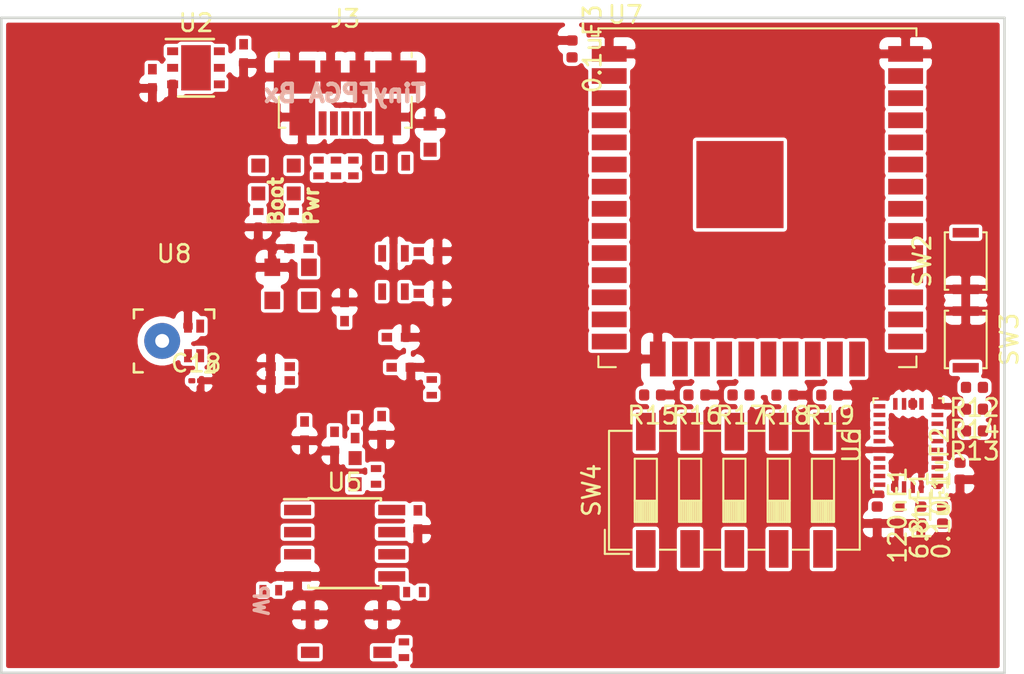
<source format=kicad_pcb>
(kicad_pcb (version 20171130) (host pcbnew 5.0.2-bee76a0~70~ubuntu18.04.1)
  (layers (0 F.Cu signal) (31 B.Cu signal) (34 B.Paste user) (35 F.Paste user) (36 B.SilkS user) (37 F.SilkS user) (38 B.Mask user) (39 F.Mask user) (44 Edge.Cuts user))
  (net 0 "")
  (net 1 10A)
  (net 2 10B)
  (net 3 "Net-(J3-Pad1)")
  (net 4 "Net-(J3-Pad2)")
  (net 5 "Net-(J3-Pad3)")
  (net 6 "Net-(J3-Pad4)")
  (net 7 "Net-(U4-Pad4)")
  (net 8 +5V)
  (net 9 CLK)
  (net 10 +1V2)
  (net 11 SCK)
  (net 12 CRESET_B)
  (net 13 SDI)
  (net 14 SS)
  (net 15 GND)
  (net 16 +3V3)
  (net 17 SDO)
  (net 18 USB_P)
  (net 19 USB_N)
  (net 20 "Net-(C6-Pad1)")
  (net 21 "Net-(C6-Pad2)")
  (net 22 USB_PU)
  (net 23 LED)
  (net 24 109)
  (net 25 "Net-(D1-Pad1)")
  (net 26 "Net-(D2-Pad1)")
  (net 27 82)
  (net 28 "Net-(U6-Pad10)")
  (net 29 "Net-(U6-Pad11)")
  (net 30 "Net-(U6-Pad12)")
  (net 31 "Net-(U6-Pad13)")
  (net 32 "Net-(0.1uF2-Pad2)")
  (net 33 "Net-(0.1uF3-Pad2)")
  (net 34 IO2)
  (net 35 IO4)
  (net 36 IO5)
  (net 37 IO17)
  (net 38 IO18)
  (net 39 IO19)
  (net 40 IO34)
  (net 41 IO35)
  (net 42 TXD)
  (net 43 RXD)
  (net 44 "Net-(R11-Pad2)")
  (net 45 SDA)
  (net 46 SCL)
  (net 47 "Net-(R15-Pad2)")
  (net 48 "Net-(R16-Pad2)")
  (net 49 "Net-(R17-Pad2)")
  (net 50 "Net-(R18-Pad2)")
  (net 51 "Net-(R19-Pad2)")
  (net 52 "Net-(SW3-Pad2)")
  (net 53 ID0)
  (net 54 ID1)
  (net 55 ID2)
  (net 56 ID3)
  (net 57 ID4)
  (net 58 PWRGOOD)
  (net 59 "Net-(U6-Pad1)")
  (net 60 "Net-(U6-Pad27)")
  (net 61 "Net-(U6-Pad26)")
  (net 62 "Net-(U6-Pad24)")
  (net 63 "Net-(U6-Pad23)")
  (net 64 "Net-(U6-Pad22)")
  (net 65 "Net-(U6-Pad21)")
  (net 66 "Net-(U6-Pad7)")
  (net 67 "Net-(U6-Pad8)")
  (net 68 INT)
  (net 69 "Net-(U7-Pad2)")
  (net 70 "Net-(U7-Pad4)")
  (net 71 "Net-(U7-Pad5)")
  (net 72 "Net-(U7-Pad17)")
  (net 73 "Net-(U7-Pad18)")
  (net 74 "Net-(U7-Pad19)")
  (net 75 "Net-(U7-Pad20)")
  (net 76 "Net-(U7-Pad21)")
  (net 77 "Net-(U7-Pad22)")
  (net 78 "Net-(U7-Pad32)")
  (module Resistors_SMD:R_0402 (layer F.Cu) (at 23.536 36.3731 270)
    (fp_text reference R6)
    (fp_text value R)
    (pad 1 smd rect (at -0.45 0 270) (size 0.4 0.6) (layers F.Cu F.Paste F.Mask) (net 16 +3V3))
    (pad 2 smd rect (at 0.45 0 270) (size 0.4 0.6) (layers F.Cu F.Paste F.Mask) (net 12 CRESET_B))
  )
  (module Capacitors_SMD:C_0603 (layer F.Cu) (at 20.736 26.1231 270)
    (fp_text reference C6)
    (fp_text value 10uF)
    (pad 1 smd rect (at -0.75 0 270) (size 0.8 0.75) (layers F.Cu F.Paste F.Mask) (net 20 "Net-(C6-Pad1)"))
    (pad 2 smd rect (at 0.75 0 270) (size 0.8 0.75) (layers F.Cu F.Paste F.Mask) (net 21 "Net-(C6-Pad2)"))
  )
  (module Capacitors_SMD:C_0603 (layer F.Cu) (at 25.036 6.9231 90)
    (fp_text reference C17)
    (fp_text value 10uF)
    (pad 1 smd rect (at -0.75 0 90) (size 0.8 0.75) (layers F.Cu F.Paste F.Mask) (net 8 +5V))
    (pad 2 smd rect (at 0.75 0 90) (size 0.8 0.75) (layers F.Cu F.Paste F.Mask) (net 15 GND))
  )
  (module Inductors_SMD:L_0603 (layer F.Cu) (at 22.886 8.4231 180)
    (fp_text reference L1)
    (fp_text value Bead)
    (pad 1 smd rect (at -0.75 0 180) (size 0.5 0.9) (layers F.Cu F.Paste F.Mask) (net 8 +5V))
    (pad 2 smd rect (at 0.75 0 180) (size 0.5 0.9) (layers F.Cu F.Paste F.Mask) (net 3 "Net-(J3-Pad1)"))
  )
  (module Resistors_SMD:R_0402_NoSilk (layer F.Cu) (at 15.183 11.6731 270)
    (fp_text reference R9 hide)
    (fp_text value 270)
    (pad 1 smd rect (at -0.45 0 270) (size 0.4 0.6) (layers F.Cu F.Paste F.Mask) (net 26 "Net-(D2-Pad1)"))
    (pad 2 smd rect (at 0.45 0 270) (size 0.4 0.6) (layers F.Cu F.Paste F.Mask) (net 15 GND))
  )
  (module Resistors_SMD:R_0402_NoSilk (layer F.Cu) (at 17.215 11.6731 270)
    (fp_text reference R8 hide)
    (fp_text value 270)
    (pad 1 smd rect (at -0.45 0 270) (size 0.4 0.6) (layers F.Cu F.Paste F.Mask) (net 25 "Net-(D1-Pad1)"))
    (pad 2 smd rect (at 0.45 0 270) (size 0.4 0.6) (layers F.Cu F.Paste F.Mask) (net 15 GND))
  )
  (module LEDs:LED_0603 (layer F.Cu) (at 17.215 9.3871 90)
    (fp_text reference D1 hide)
    (fp_text value LED_Small)
    (pad 2 smd rect (at 0.8 0 270) (size 0.8 0.8) (layers F.Cu F.Paste F.Mask) (net 16 +3V3))
    (pad 1 smd rect (at -0.8 0 270) (size 0.8 0.8) (layers F.Cu F.Paste F.Mask) (net 25 "Net-(D1-Pad1)"))
  )
  (module LEDs:LED_0603 (layer F.Cu) (at 15.183 9.3871 90)
    (fp_text reference D2 hide)
    (fp_text value LED_Small)
    (pad 2 smd rect (at 0.8 0 270) (size 0.8 0.8) (layers F.Cu F.Paste F.Mask) (net 23 LED))
    (pad 1 smd rect (at -0.8 0 270) (size 0.8 0.8) (layers F.Cu F.Paste F.Mask) (net 26 "Net-(D2-Pad1)"))
  )
  (module tinyfpga:CDFN3225-4LD-PL-1 (layer F.Cu) (at 17.039614 15.364854 180)
    (fp_text reference U3)
    (fp_text value DSC6001CI2A-016.0000T)
    (pad 1 smd rect (at -1.046386 0.941754 270) (size 1 0.9) (layers F.Cu F.Paste F.Mask) (net 16 +3V3))
    (pad 4 smd rect (at -1.046386 -0.958246 270) (size 1 0.9) (layers F.Cu F.Paste F.Mask) (net 16 +3V3))
    (pad 3 smd rect (at 1.053614 -0.958246 270) (size 1 0.9) (layers F.Cu F.Paste F.Mask) (net 9 CLK))
    (pad 2 smd rect (at 1.053614 0.941754 270) (size 1 0.9) (layers F.Cu F.Paste F.Mask) (net 15 GND))
  )
  (module Resistors_SMD:R_0402_NoSilk (layer F.Cu) (at 15.9 32.954)
    (fp_text reference R7)
    (fp_text value 10k)
    (pad 1 smd rect (at -0.45 0) (size 0.4 0.6) (layers F.Cu F.Paste F.Mask) (net 16 +3V3))
    (pad 2 smd rect (at 0.45 0) (size 0.4 0.6) (layers F.Cu F.Paste F.Mask) (net 27 82))
  )
  (module Capacitors_SMD:C_0402_NoSilk (layer F.Cu) (at 19.555 24.414 270)
    (fp_text reference C16)
    (fp_text value 100nF)
    (pad 1 smd rect (at -0.55 0 270) (size 0.6 0.5) (layers F.Cu F.Paste F.Mask) (net 16 +3V3))
    (pad 2 smd rect (at 0.55 0 270) (size 0.6 0.5) (layers F.Cu F.Paste F.Mask) (net 15 GND))
  )
  (module Resistors_SMD:R_0402_NoSilk (layer F.Cu) (at 25.13 21.314 270)
    (fp_text reference R5)
    (fp_text value 10k)
    (pad 1 smd rect (at -0.45 0 270) (size 0.38 0.6) (layers F.Cu F.Paste F.Mask) (net 16 +3V3))
    (pad 2 smd rect (at 0.45 0 270) (size 0.38 0.6) (layers F.Cu F.Paste F.Mask) (net 14 SS))
  )
  (module Capacitors_SMD:C_0402_NoSilk (layer F.Cu) (at 23.38 20.164)
    (fp_text reference C13)
    (fp_text value 10nF)
    (pad 1 smd rect (at -0.55 0) (size 0.6 0.5) (layers F.Cu F.Paste F.Mask) (net 10 +1V2))
    (pad 2 smd rect (at 0.55 0) (size 0.6 0.5) (layers F.Cu F.Paste F.Mask) (net 15 GND))
  )
  (module Capacitors_SMD:C_0402_NoSilk (layer F.Cu) (at 20.13 16.964 90)
    (fp_text reference C15)
    (fp_text value 10nF)
    (pad 1 smd rect (at -0.55 0 90) (size 0.6 0.5) (layers F.Cu F.Paste F.Mask) (net 16 +3V3))
    (pad 2 smd rect (at 0.55 0 90) (size 0.6 0.5) (layers F.Cu F.Paste F.Mask) (net 15 GND))
  )
  (module Capacitors_SMD:C_0402_NoSilk (layer F.Cu) (at 23.105 18.439)
    (fp_text reference C14)
    (fp_text value 10nF)
    (pad 1 smd rect (at -0.55 0) (size 0.6 0.5) (layers F.Cu F.Paste F.Mask) (net 16 +3V3))
    (pad 2 smd rect (at 0.55 0) (size 0.6 0.5) (layers F.Cu F.Paste F.Mask) (net 15 GND))
  )
  (module Capacitors_SMD:C_0402_NoSilk (layer F.Cu) (at 16.436 20.9231 180)
    (fp_text reference C12)
    (fp_text value 10nF)
    (pad 1 smd rect (at -0.55 0 180) (size 0.6 0.5) (layers F.Cu F.Paste F.Mask) (net 10 +1V2))
    (pad 2 smd rect (at 0.55 0 180) (size 0.6 0.5) (layers F.Cu F.Paste F.Mask) (net 15 GND))
  )
  (module Capacitors_SMD:C_0402_NoSilk (layer F.Cu) (at 16.436 20.1231 180)
    (fp_text reference C11)
    (fp_text value 100nF)
    (pad 1 smd rect (at -0.55 0 180) (size 0.6 0.5) (layers F.Cu F.Paste F.Mask) (net 10 +1V2))
    (pad 2 smd rect (at 0.55 0 180) (size 0.6 0.5) (layers F.Cu F.Paste F.Mask) (net 15 GND))
  )
  (module Capacitors_SMD:C_0402_NoSilk (layer F.Cu) (at 17.5198 13.3495 180)
    (fp_text reference C10)
    (fp_text value 100nF)
    (pad 1 smd rect (at -0.55 0 180) (size 0.6 0.5) (layers F.Cu F.Paste F.Mask) (net 16 +3V3))
    (pad 2 smd rect (at 0.55 0 180) (size 0.6 0.5) (layers F.Cu F.Paste F.Mask) (net 15 GND))
  )
  (module Capacitors_SMD:C_0402_NoSilk (layer F.Cu) (at 22.255 23.514 270)
    (fp_text reference C9)
    (fp_text value 100nF)
    (pad 1 smd rect (at -0.55 0 270) (size 0.6 0.5) (layers F.Cu F.Paste F.Mask) (net 16 +3V3))
    (pad 2 smd rect (at 0.55 0 270) (size 0.6 0.5) (layers F.Cu F.Paste F.Mask) (net 15 GND))
  )
  (module Capacitors_SMD:C_0402_NoSilk (layer F.Cu) (at 17.836 23.8231 270)
    (fp_text reference C8)
    (fp_text value 100nF)
    (pad 1 smd rect (at -0.55 0 270) (size 0.6 0.5) (layers F.Cu F.Paste F.Mask) (net 16 +3V3))
    (pad 2 smd rect (at 0.55 0 270) (size 0.6 0.5) (layers F.Cu F.Paste F.Mask) (net 15 GND))
  )
  (module Capacitors_SMD:C_0402_NoSilk (layer F.Cu) (at 20.736 23.6731 270)
    (fp_text reference C7)
    (fp_text value 100nF)
    (pad 1 smd rect (at -0.55 0 270) (size 0.6 0.5) (layers F.Cu F.Paste F.Mask) (net 20 "Net-(C6-Pad1)"))
    (pad 2 smd rect (at 0.55 0 270) (size 0.6 0.5) (layers F.Cu F.Paste F.Mask) (net 21 "Net-(C6-Pad2)"))
  )
  (module Resistors_SMD:R_0402_NoSilk (layer F.Cu) (at 21.936 26.4231 90)
    (fp_text reference R4)
    (fp_text value 100)
    (pad 1 smd rect (at -0.45 0 90) (size 0.4 0.6) (layers F.Cu F.Paste F.Mask) (net 21 "Net-(C6-Pad2)"))
    (pad 2 smd rect (at 0.45 0 90) (size 0.4 0.6) (layers F.Cu F.Paste F.Mask) (net 10 +1V2))
  )
  (module Capacitors_SMD:C_0402_NoSilk (layer F.Cu) (at 24.336 28.9231 270)
    (fp_text reference C5)
    (fp_text value 100nF)
    (pad 1 smd rect (at -0.55 0 270) (size 0.6 0.5) (layers F.Cu F.Paste F.Mask) (net 16 +3V3))
    (pad 2 smd rect (at 0.55 0 270) (size 0.6 0.5) (layers F.Cu F.Paste F.Mask) (net 15 GND))
  )
  (module Resistors_SMD:R_0402_NoSilk (layer F.Cu) (at 18.636 8.7231 270)
    (fp_text reference R1)
    (fp_text value 1.5k)
    (pad 1 smd rect (at -0.45 0 270) (size 0.4 0.6) (layers F.Cu F.Paste F.Mask) (net 5 "Net-(J3-Pad3)"))
    (pad 2 smd rect (at 0.45 0 270) (size 0.4 0.6) (layers F.Cu F.Paste F.Mask) (net 22 USB_PU))
  )
  (module Resistors_SMD:R_0402_NoSilk (layer F.Cu) (at 19.636 8.7231 90)
    (fp_text reference R2)
    (fp_text value 68)
    (pad 1 smd rect (at -0.45 0 90) (size 0.4 0.6) (layers F.Cu F.Paste F.Mask) (net 18 USB_P))
    (pad 2 smd rect (at 0.45 0 90) (size 0.4 0.6) (layers F.Cu F.Paste F.Mask) (net 5 "Net-(J3-Pad3)"))
  )
  (module Resistors_SMD:R_0402_NoSilk (layer F.Cu) (at 20.636 8.7231 90)
    (fp_text reference R3)
    (fp_text value 68)
    (pad 1 smd rect (at -0.45 0 90) (size 0.4 0.6) (layers F.Cu F.Paste F.Mask) (net 19 USB_N))
    (pad 2 smd rect (at 0.45 0 90) (size 0.4 0.6) (layers F.Cu F.Paste F.Mask) (net 4 "Net-(J3-Pad2)"))
  )
  (module tinyfpga:SC-70-C5 (layer F.Cu) (at 22.936 14.7231)
    (fp_text reference U4)
    (fp_text value MIC5365-1.2YC5-TR)
    (pad 2 smd rect (at 0 -1.1) (size 0.45 0.95) (layers F.Cu F.Paste F.Mask) (net 15 GND))
    (pad 3 smd rect (at -0.65 -1.1) (size 0.45 0.95) (layers F.Cu F.Paste F.Mask) (net 16 +3V3))
    (pad 1 smd rect (at 0.65 -1.1) (size 0.45 0.95) (layers F.Cu F.Paste F.Mask) (net 16 +3V3))
    (pad 4 smd rect (at -0.65 1.1) (size 0.45 0.95) (layers F.Cu F.Paste F.Mask) (net 7 "Net-(U4-Pad4)"))
    (pad 5 smd rect (at 0.65 1.1) (size 0.45 0.95) (layers F.Cu F.Paste F.Mask) (net 10 +1V2))
  )
  (module Capacitors_SMD:C_0402_NoSilk (layer F.Cu) (at 24.936 15.9231)
    (fp_text reference C3)
    (fp_text value 1uF)
    (pad 1 smd rect (at -0.55 0) (size 0.6 0.5) (layers F.Cu F.Paste F.Mask) (net 10 +1V2))
    (pad 2 smd rect (at 0.55 0) (size 0.6 0.5) (layers F.Cu F.Paste F.Mask) (net 15 GND))
  )
  (module Capacitors_SMD:C_0402_NoSilk (layer F.Cu) (at 14.34 2.174 270)
    (fp_text reference C1)
    (fp_text value 1uF)
    (pad 1 smd rect (at -0.55 0 270) (size 0.6 0.5) (layers F.Cu F.Paste F.Mask) (net 8 +5V))
    (pad 2 smd rect (at 0.55 0 270) (size 0.6 0.5) (layers F.Cu F.Paste F.Mask) (net 15 GND))
  )
  (module Capacitors_SMD:C_0402_NoSilk (layer F.Cu) (at 9.11 3.604 270)
    (fp_text reference C4)
    (fp_text value 1uF)
    (pad 1 smd rect (at -0.55 0 270) (size 0.6 0.5) (layers F.Cu F.Paste F.Mask) (net 16 +3V3))
    (pad 2 smd rect (at 0.55 0 270) (size 0.6 0.5) (layers F.Cu F.Paste F.Mask) (net 15 GND))
  )
  (module Capacitors_SMD:C_0402_NoSilk (layer F.Cu) (at 24.936 13.5231)
    (fp_text reference C2)
    (fp_text value 1uF)
    (pad 1 smd rect (at -0.55 0) (size 0.6 0.5) (layers F.Cu F.Paste F.Mask) (net 16 +3V3))
    (pad 2 smd rect (at 0.55 0) (size 0.6 0.5) (layers F.Cu F.Paste F.Mask) (net 15 GND))
  )
  (module tinyfpga:PTS_810_SMT_Switch (layer F.Cu) (at 20.23 35.444)
    (fp_text reference SW1)
    (fp_text value SW_Push hide)
    (pad 1 smd rect (at -2.075 -1.075) (size 1.05 0.65) (layers F.Cu F.Paste F.Mask) (net 15 GND))
    (pad 1 smd rect (at 2.075 -1.075) (size 1.05 0.65) (layers F.Cu F.Paste F.Mask) (net 15 GND))
    (pad 2 smd rect (at 2.075 1.075) (size 1.05 0.65) (layers F.Cu F.Paste F.Mask) (net 12 CRESET_B))
    (pad 2 smd rect (at -2.075 1.075) (size 1.05 0.65) (layers F.Cu F.Paste F.Mask) (net 12 CRESET_B))
  )
  (module Resistors_SMD:R_0402_NoSilk (layer F.Cu) (at 24.14 33.064)
    (fp_text reference R10 hide)
    (fp_text value 10k)
    (pad 1 smd rect (at -0.45 0) (size 0.4 0.6) (layers F.Cu F.Paste F.Mask) (net 16 +3V3))
    (pad 2 smd rect (at 0.45 0) (size 0.4 0.6) (layers F.Cu F.Paste F.Mask) (net 24 109))
  )
  (module Connector_USB:USB_Micro-B_Molex_47346-0001 (layer F.Cu) (at 20.17 4.704 180)
    (fp_text reference J3 (at 0 4.55) (layer F.SilkS))
    (fp_text value USB_OTG)
    (fp_line (start 3.81 -1.71) (end 3.43 -1.71) (layer F.SilkS) (width 0.12))
    (fp_line (start 3.81 2.34) (end 3.81 2.6) (layer F.SilkS) (width 0.12))
    (fp_line (start 3.81 -1.71) (end 3.81 0.06) (layer F.SilkS) (width 0.12))
    (fp_line (start -3.81 -1.71) (end -3.43 -1.71) (layer F.SilkS) (width 0.12))
    (fp_line (start -3.81 0.06) (end -3.81 -1.71) (layer F.SilkS) (width 0.12))
    (fp_line (start -3.81 2.6) (end -3.81 2.34) (layer F.SilkS) (width 0.12))
    (pad 1 smd rect (at -1.3 -1.46 180) (size 0.45 1.38) (layers F.Cu F.Paste F.Mask) (net 3 "Net-(J3-Pad1)"))
    (pad 2 smd rect (at -0.65 -1.46 180) (size 0.45 1.38) (layers F.Cu F.Paste F.Mask) (net 4 "Net-(J3-Pad2)"))
    (pad 3 smd rect (at 0 -1.46 180) (size 0.45 1.38) (layers F.Cu F.Paste F.Mask) (net 5 "Net-(J3-Pad3)"))
    (pad 4 smd rect (at 0.65 -1.46 180) (size 0.45 1.38) (layers F.Cu F.Paste F.Mask) (net 6 "Net-(J3-Pad4)"))
    (pad 5 smd rect (at 1.3 -1.46 180) (size 0.45 1.38) (layers F.Cu F.Paste F.Mask) (net 15 GND))
    (pad 6 smd rect (at -2.4625 -1.1 180) (size 1.475 2.1) (layers F.Cu F.Paste F.Mask) (net 15 GND))
    (pad 6 smd rect (at 2.4625 -1.1 180) (size 1.475 2.1) (layers F.Cu F.Paste F.Mask) (net 15 GND))
    (pad 6 smd rect (at -2.91 1.2 180) (size 2.375 1.9) (layers F.Cu F.Paste F.Mask) (net 15 GND))
    (pad 6 smd rect (at 2.91 1.2 180) (size 2.375 1.9) (layers F.Cu F.Paste F.Mask) (net 15 GND))
    (pad 6 smd rect (at -0.84 1.2 180) (size 1.175 1.9) (layers F.Cu F.Paste F.Mask) (net 15 GND))
    (pad 6 smd rect (at 0.84 1.2 180) (size 1.175 1.9) (layers F.Cu F.Paste F.Mask) (net 15 GND))
  )
  (module Package_SO:SOIC-8_3.9x4.9mm_P1.27mm (layer F.Cu) (at 20.136 30.2581)
    (fp_text reference U5 (at 0 -3.5) (layer F.SilkS))
    (fp_text value AT25SF081-SSHD-B)
    (fp_line (start -2.075 -2.575) (end -2.075 -2.525) (layer F.SilkS) (width 0.15))
    (fp_line (start 2.075 -2.575) (end 2.075 -2.43) (layer F.SilkS) (width 0.15))
    (fp_line (start 2.075 2.575) (end 2.075 2.43) (layer F.SilkS) (width 0.15))
    (fp_line (start -2.075 2.575) (end -2.075 2.43) (layer F.SilkS) (width 0.15))
    (fp_line (start -2.075 -2.575) (end 2.075 -2.575) (layer F.SilkS) (width 0.15))
    (fp_line (start -2.075 2.575) (end 2.075 2.575) (layer F.SilkS) (width 0.15))
    (fp_line (start -2.075 -2.525) (end -3.475 -2.525) (layer F.SilkS) (width 0.15))
    (pad 1 smd rect (at -2.7 -1.905) (size 1.55 0.6) (layers F.Cu F.Paste F.Mask) (net 14 SS))
    (pad 2 smd rect (at -2.7 -0.635) (size 1.55 0.6) (layers F.Cu F.Paste F.Mask) (net 13 SDI))
    (pad 3 smd rect (at -2.7 0.635) (size 1.55 0.6) (layers F.Cu F.Paste F.Mask) (net 27 82))
    (pad 4 smd rect (at -2.7 1.905) (size 1.55 0.6) (layers F.Cu F.Paste F.Mask) (net 15 GND))
    (pad 5 smd rect (at 2.7 1.905) (size 1.55 0.6) (layers F.Cu F.Paste F.Mask) (net 17 SDO))
    (pad 6 smd rect (at 2.7 0.635) (size 1.55 0.6) (layers F.Cu F.Paste F.Mask) (net 11 SCK))
    (pad 7 smd rect (at 2.7 -0.635) (size 1.55 0.6) (layers F.Cu F.Paste F.Mask) (net 24 109))
    (pad 8 smd rect (at 2.7 -1.905) (size 1.55 0.6) (layers F.Cu F.Paste F.Mask) (net 16 +3V3))
  )
  (module Capacitor_SMD:C_0402_1005Metric (layer F.Cu) (at 53.176 28.641 270)
    (fp_text reference 0.1uF1 (at 0 -1.17 270) (layer F.SilkS))
    (fp_text value C)
    (pad 1 smd roundrect (at -0.485 0 270) (size 0.59 0.64) (layers F.Cu F.Paste F.Mask) (net 16 +3V3))
    (pad 2 smd roundrect (at 0.485 0 270) (size 0.59 0.64) (layers F.Cu F.Paste F.Mask) (net 15 GND))
  )
  (module Capacitor_SMD:C_0402_1005Metric (layer F.Cu) (at 55.426 26.126 90)
    (fp_text reference 0.1uF2 (at 0 -1.17 90) (layer F.SilkS))
    (fp_text value C)
    (pad 2 smd roundrect (at 0.485 0 90) (size 0.59 0.64) (layers F.Cu F.Paste F.Mask) (net 32 "Net-(0.1uF2-Pad2)"))
    (pad 1 smd roundrect (at -0.485 0 90) (size 0.59 0.64) (layers F.Cu F.Paste F.Mask) (net 15 GND))
  )
  (module Capacitor_SMD:C_0402_1005Metric (layer F.Cu) (at 33.176 1.891 270)
    (fp_text reference 0.1uF3 (at 0 -1.17 270) (layer F.SilkS))
    (fp_text value C)
    (pad 1 smd roundrect (at -0.485 0 270) (size 0.59 0.64) (layers F.Cu F.Paste F.Mask) (net 15 GND))
    (pad 2 smd roundrect (at 0.485 0 270) (size 0.59 0.64) (layers F.Cu F.Paste F.Mask) (net 33 "Net-(0.1uF3-Pad2)"))
  )
  (module Capacitor_SMD:C_0402_1005Metric (layer F.Cu) (at 50.676 28.641 270)
    (fp_text reference 120nF1 (at 0 -1.17 270) (layer F.SilkS))
    (fp_text value C)
    (pad 2 smd roundrect (at 0.485 0 270) (size 0.59 0.64) (layers F.Cu F.Paste F.Mask) (net 15 GND))
    (pad 1 smd roundrect (at -0.485 0 270) (size 0.59 0.64) (layers F.Cu F.Paste F.Mask) (net 16 +3V3))
  )
  (module Capacitor_SMD:C_0402_1005Metric (layer F.Cu) (at 51.926 28.641 270)
    (fp_text reference 6.8nF1 (at 0 -1.17 270) (layer F.SilkS))
    (fp_text value C)
    (pad 1 smd roundrect (at -0.485 0 270) (size 0.59 0.64) (layers F.Cu F.Paste F.Mask) (net 16 +3V3))
    (pad 2 smd roundrect (at 0.485 0 270) (size 0.59 0.64) (layers F.Cu F.Paste F.Mask) (net 15 GND))
  )
  (module Resistor_SMD:R_0402_1005Metric (layer F.Cu) (at 54.426 28.641 90)
    (fp_text reference R11 (at 0 -1.17 90) (layer F.SilkS))
    (fp_text value 10k)
    (pad 1 smd roundrect (at -0.485 0 90) (size 0.59 0.64) (layers F.Cu F.Paste F.Mask) (net 16 +3V3))
    (pad 2 smd roundrect (at 0.485 0 90) (size 0.59 0.64) (layers F.Cu F.Paste F.Mask) (net 44 "Net-(R11-Pad2)"))
  )
  (module Resistor_SMD:R_0402_1005Metric (layer F.Cu) (at 56.253 21.314 180)
    (fp_text reference R12 (at 0 -1.17 180) (layer F.SilkS))
    (fp_text value 10k)
    (pad 1 smd roundrect (at -0.485 0 180) (size 0.59 0.64) (layers F.Cu F.Paste F.Mask) (net 16 +3V3))
    (pad 2 smd roundrect (at 0.485 0 180) (size 0.59 0.64) (layers F.Cu F.Paste F.Mask) (net 33 "Net-(0.1uF3-Pad2)"))
  )
  (module Resistor_SMD:R_0402_1005Metric (layer F.Cu) (at 56.253 23.814 180)
    (fp_text reference R13 (at 0 -1.17 180) (layer F.SilkS))
    (fp_text value 10k)
    (pad 1 smd roundrect (at -0.485 0 180) (size 0.59 0.64) (layers F.Cu F.Paste F.Mask) (net 16 +3V3))
    (pad 2 smd roundrect (at 0.485 0 180) (size 0.59 0.64) (layers F.Cu F.Paste F.Mask) (net 45 SDA))
  )
  (module Resistor_SMD:R_0402_1005Metric (layer F.Cu) (at 56.253 22.564 180)
    (fp_text reference R14 (at 0 -1.17 180) (layer F.SilkS))
    (fp_text value 10k)
    (pad 2 smd roundrect (at 0.485 0 180) (size 0.59 0.64) (layers F.Cu F.Paste F.Mask) (net 46 SCL))
    (pad 1 smd roundrect (at -0.485 0 180) (size 0.59 0.64) (layers F.Cu F.Paste F.Mask) (net 16 +3V3))
  )
  (module Resistor_SMD:R_0402_1005Metric (layer F.Cu) (at 37.796 21.751 180)
    (fp_text reference R15 (at 0 -1.17 180) (layer F.SilkS))
    (fp_text value 10k)
    (pad 2 smd roundrect (at 0.485 0 180) (size 0.59 0.64) (layers F.Cu F.Paste F.Mask) (net 47 "Net-(R15-Pad2)"))
    (pad 1 smd roundrect (at -0.485 0 180) (size 0.59 0.64) (layers F.Cu F.Paste F.Mask) (net 15 GND))
  )
  (module Resistor_SMD:R_0402_1005Metric (layer F.Cu) (at 40.336 21.751 180)
    (fp_text reference R16 (at 0 -1.17 180) (layer F.SilkS))
    (fp_text value 10k)
    (pad 1 smd roundrect (at -0.485 0 180) (size 0.59 0.64) (layers F.Cu F.Paste F.Mask) (net 15 GND))
    (pad 2 smd roundrect (at 0.485 0 180) (size 0.59 0.64) (layers F.Cu F.Paste F.Mask) (net 48 "Net-(R16-Pad2)"))
  )
  (module Resistor_SMD:R_0402_1005Metric (layer F.Cu) (at 42.866 21.751 180)
    (fp_text reference R17 (at 0 -1.17 180) (layer F.SilkS))
    (fp_text value 10k)
    (pad 2 smd roundrect (at 0.485 0 180) (size 0.59 0.64) (layers F.Cu F.Paste F.Mask) (net 49 "Net-(R17-Pad2)"))
    (pad 1 smd roundrect (at -0.485 0 180) (size 0.59 0.64) (layers F.Cu F.Paste F.Mask) (net 15 GND))
  )
  (module Resistor_SMD:R_0402_1005Metric (layer F.Cu) (at 45.386 21.761 180)
    (fp_text reference R18 (at 0 -1.17 180) (layer F.SilkS))
    (fp_text value 10k)
    (pad 1 smd roundrect (at -0.485 0 180) (size 0.59 0.64) (layers F.Cu F.Paste F.Mask) (net 15 GND))
    (pad 2 smd roundrect (at 0.485 0 180) (size 0.59 0.64) (layers F.Cu F.Paste F.Mask) (net 50 "Net-(R18-Pad2)"))
  )
  (module Resistor_SMD:R_0402_1005Metric (layer F.Cu) (at 47.956 21.761 180)
    (fp_text reference R19 (at 0 -1.17 180) (layer F.SilkS))
    (fp_text value 10k)
    (pad 2 smd roundrect (at 0.485 0 180) (size 0.59 0.64) (layers F.Cu F.Paste F.Mask) (net 51 "Net-(R19-Pad2)"))
    (pad 1 smd roundrect (at -0.485 0 180) (size 0.59 0.64) (layers F.Cu F.Paste F.Mask) (net 15 GND))
  )
  (module custom_lib:SW_SPST_KXT3 (layer F.Cu) (at 55.753 14.064 90)
    (fp_text reference SW2 (at 0 -2.5 90) (layer F.SilkS))
    (fp_text value RESET)
    (fp_line (start 1.65 -1.2) (end 1.65 -1) (layer F.SilkS) (width 0.12))
    (fp_line (start -1.65 -1.2) (end 1.65 -1.2) (layer F.SilkS) (width 0.12))
    (fp_line (start -1.65 -1) (end -1.65 -1.2) (layer F.SilkS) (width 0.12))
    (fp_line (start 1.65 1.2) (end 1.65 1) (layer F.SilkS) (width 0.12))
    (fp_line (start -1.65 1.2) (end 1.65 1.2) (layer F.SilkS) (width 0.12))
    (fp_line (start -1.65 1) (end -1.65 1.2) (layer F.SilkS) (width 0.12))
    (pad 2 smd rect (at 1.625 0 90) (size 0.55 1.5) (layers F.Cu F.Paste F.Mask) (net 33 "Net-(0.1uF3-Pad2)"))
    (pad 1 smd rect (at -1.625 0 90) (size 0.55 1.5) (layers F.Cu F.Paste F.Mask) (net 15 GND))
  )
  (module custom_lib:SW_SPST_KXT3 (layer F.Cu) (at 55.753 18.564 270)
    (fp_text reference SW3 (at 0 -2.5 270) (layer F.SilkS))
    (fp_text value BOOT)
    (fp_line (start -1.65 1) (end -1.65 1.2) (layer F.SilkS) (width 0.12))
    (fp_line (start -1.65 1.2) (end 1.65 1.2) (layer F.SilkS) (width 0.12))
    (fp_line (start 1.65 1.2) (end 1.65 1) (layer F.SilkS) (width 0.12))
    (fp_line (start -1.65 -1) (end -1.65 -1.2) (layer F.SilkS) (width 0.12))
    (fp_line (start -1.65 -1.2) (end 1.65 -1.2) (layer F.SilkS) (width 0.12))
    (fp_line (start 1.65 -1.2) (end 1.65 -1) (layer F.SilkS) (width 0.12))
    (pad 1 smd rect (at -1.625 0 270) (size 0.55 1.5) (layers F.Cu F.Paste F.Mask) (net 15 GND))
    (pad 2 smd rect (at 1.625 0 270) (size 0.55 1.5) (layers F.Cu F.Paste F.Mask) (net 52 "Net-(SW3-Pad2)"))
  )
  (module Button_Switch_SMD:SW_DIP_SPSTx05_Slide_6.7x14.26mm_W6.73mm_P2.54mm_LowProfile_JPin (layer F.Cu) (at 42.486 27.221 90)
    (fp_text reference SW4 (at 0 -8.19 90) (layer F.SilkS))
    (fp_text value ID)
    (fp_line (start -3.41 -7.19) (end 3.41 -7.19) (layer F.SilkS) (width 0.12))
    (fp_line (start -3.41 7.191) (end 3.41 7.191) (layer F.SilkS) (width 0.12))
    (fp_line (start -3.41 -7.19) (end -3.41 -5.88) (layer F.SilkS) (width 0.12))
    (fp_line (start -3.41 -4.28) (end -3.41 -3.34) (layer F.SilkS) (width 0.12))
    (fp_line (start -3.41 -1.74) (end -3.41 -0.8) (layer F.SilkS) (width 0.12))
    (fp_line (start -3.41 0.8) (end -3.41 1.74) (layer F.SilkS) (width 0.12))
    (fp_line (start -3.41 3.34) (end -3.41 4.28) (layer F.SilkS) (width 0.12))
    (fp_line (start -3.41 5.88) (end -3.41 7.191) (layer F.SilkS) (width 0.12))
    (fp_line (start 3.41 5.88) (end 3.41 7.191) (layer F.SilkS) (width 0.12))
    (fp_line (start 3.41 3.34) (end 3.41 4.28) (layer F.SilkS) (width 0.12))
    (fp_line (start 3.41 0.8) (end 3.41 1.74) (layer F.SilkS) (width 0.12))
    (fp_line (start 3.41 -1.74) (end 3.41 -0.8) (layer F.SilkS) (width 0.12))
    (fp_line (start 3.41 -7.19) (end 3.41 -5.88) (layer F.SilkS) (width 0.12))
    (fp_line (start 3.41 -4.28) (end 3.41 -3.34) (layer F.SilkS) (width 0.12))
    (fp_line (start -3.65 -7.43) (end -2.267 -7.43) (layer F.SilkS) (width 0.12))
    (fp_line (start -3.65 -7.43) (end -3.65 -6.047) (layer F.SilkS) (width 0.12))
    (fp_line (start -1.81 -5.715) (end -1.81 -4.445) (layer F.SilkS) (width 0.12))
    (fp_line (start -1.81 -4.445) (end 1.81 -4.445) (layer F.SilkS) (width 0.12))
    (fp_line (start 1.81 -4.445) (end 1.81 -5.715) (layer F.SilkS) (width 0.12))
    (fp_line (start 1.81 -5.715) (end -1.81 -5.715) (layer F.SilkS) (width 0.12))
    (fp_line (start -1.81 -5.595) (end -0.603333 -5.595) (layer F.SilkS) (width 0.12))
    (fp_line (start -1.81 -5.475) (end -0.603333 -5.475) (layer F.SilkS) (width 0.12))
    (fp_line (start -1.81 -5.355) (end -0.603333 -5.355) (layer F.SilkS) (width 0.12))
    (fp_line (start -1.81 -5.235) (end -0.603333 -5.235) (layer F.SilkS) (width 0.12))
    (fp_line (start -1.81 -5.115) (end -0.603333 -5.115) (layer F.SilkS) (width 0.12))
    (fp_line (start -1.81 -4.995) (end -0.603333 -4.995) (layer F.SilkS) (width 0.12))
    (fp_line (start -1.81 -4.875) (end -0.603333 -4.875) (layer F.SilkS) (width 0.12))
    (fp_line (start -1.81 -4.755) (end -0.603333 -4.755) (layer F.SilkS) (width 0.12))
    (fp_line (start -1.81 -4.635) (end -0.603333 -4.635) (layer F.SilkS) (width 0.12))
    (fp_line (start -1.81 -4.515) (end -0.603333 -4.515) (layer F.SilkS) (width 0.12))
    (fp_line (start -0.603333 -5.715) (end -0.603333 -4.445) (layer F.SilkS) (width 0.12))
    (fp_line (start -1.81 -3.175) (end -1.81 -1.905) (layer F.SilkS) (width 0.12))
    (fp_line (start -1.81 -1.905) (end 1.81 -1.905) (layer F.SilkS) (width 0.12))
    (fp_line (start 1.81 -1.905) (end 1.81 -3.175) (layer F.SilkS) (width 0.12))
    (fp_line (start 1.81 -3.175) (end -1.81 -3.175) (layer F.SilkS) (width 0.12))
    (fp_line (start -1.81 -3.055) (end -0.603333 -3.055) (layer F.SilkS) (width 0.12))
    (fp_line (start -1.81 -2.935) (end -0.603333 -2.935) (layer F.SilkS) (width 0.12))
    (fp_line (start -1.81 -2.815) (end -0.603333 -2.815) (layer F.SilkS) (width 0.12))
    (fp_line (start -1.81 -2.695) (end -0.603333 -2.695) (layer F.SilkS) (width 0.12))
    (fp_line (start -1.81 -2.575) (end -0.603333 -2.575) (layer F.SilkS) (width 0.12))
    (fp_line (start -1.81 -2.455) (end -0.603333 -2.455) (layer F.SilkS) (width 0.12))
    (fp_line (start -1.81 -2.335) (end -0.603333 -2.335) (layer F.SilkS) (width 0.12))
    (fp_line (start -1.81 -2.215) (end -0.603333 -2.215) (layer F.SilkS) (width 0.12))
    (fp_line (start -1.81 -2.095) (end -0.603333 -2.095) (layer F.SilkS) (width 0.12))
    (fp_line (start -1.81 -1.975) (end -0.603333 -1.975) (layer F.SilkS) (width 0.12))
    (fp_line (start -0.603333 -3.175) (end -0.603333 -1.905) (layer F.SilkS) (width 0.12))
    (fp_line (start -1.81 -0.635) (end -1.81 0.635) (layer F.SilkS) (width 0.12))
    (fp_line (start -1.81 0.635) (end 1.81 0.635) (layer F.SilkS) (width 0.12))
    (fp_line (start 1.81 0.635) (end 1.81 -0.635) (layer F.SilkS) (width 0.12))
    (fp_line (start 1.81 -0.635) (end -1.81 -0.635) (layer F.SilkS) (width 0.12))
    (fp_line (start -1.81 -0.515) (end -0.603333 -0.515) (layer F.SilkS) (width 0.12))
    (fp_line (start -1.81 -0.395) (end -0.603333 -0.395) (layer F.SilkS) (width 0.12))
    (fp_line (start -1.81 -0.275) (end -0.603333 -0.275) (layer F.SilkS) (width 0.12))
    (fp_line (start -1.81 -0.155) (end -0.603333 -0.155) (layer F.SilkS) (width 0.12))
    (fp_line (start -1.81 -0.035) (end -0.603333 -0.035) (layer F.SilkS) (width 0.12))
    (fp_line (start -1.81 0.085) (end -0.603333 0.085) (layer F.SilkS) (width 0.12))
    (fp_line (start -1.81 0.205) (end -0.603333 0.205) (layer F.SilkS) (width 0.12))
    (fp_line (start -1.81 0.325) (end -0.603333 0.325) (layer F.SilkS) (width 0.12))
    (fp_line (start -1.81 0.445) (end -0.603333 0.445) (layer F.SilkS) (width 0.12))
    (fp_line (start -1.81 0.565) (end -0.603333 0.565) (layer F.SilkS) (width 0.12))
    (fp_line (start -0.603333 -0.635) (end -0.603333 0.635) (layer F.SilkS) (width 0.12))
    (fp_line (start -1.81 1.905) (end -1.81 3.175) (layer F.SilkS) (width 0.12))
    (fp_line (start -1.81 3.175) (end 1.81 3.175) (layer F.SilkS) (width 0.12))
    (fp_line (start 1.81 3.175) (end 1.81 1.905) (layer F.SilkS) (width 0.12))
    (fp_line (start 1.81 1.905) (end -1.81 1.905) (layer F.SilkS) (width 0.12))
    (fp_line (start -1.81 2.025) (end -0.603333 2.025) (layer F.SilkS) (width 0.12))
    (fp_line (start -1.81 2.145) (end -0.603333 2.145) (layer F.SilkS) (width 0.12))
    (fp_line (start -1.81 2.265) (end -0.603333 2.265) (layer F.SilkS) (width 0.12))
    (fp_line (start -1.81 2.385) (end -0.603333 2.385) (layer F.SilkS) (width 0.12))
    (fp_line (start -1.81 2.505) (end -0.603333 2.505) (layer F.SilkS) (width 0.12))
    (fp_line (start -1.81 2.625) (end -0.603333 2.625) (layer F.SilkS) (width 0.12))
    (fp_line (start -1.81 2.745) (end -0.603333 2.745) (layer F.SilkS) (width 0.12))
    (fp_line (start -1.81 2.865) (end -0.603333 2.865) (layer F.SilkS) (width 0.12))
    (fp_line (start -1.81 2.985) (end -0.603333 2.985) (layer F.SilkS) (width 0.12))
    (fp_line (start -1.81 3.105) (end -0.603333 3.105) (layer F.SilkS) (width 0.12))
    (fp_line (start -0.603333 1.905) (end -0.603333 3.175) (layer F.SilkS) (width 0.12))
    (fp_line (start -1.81 4.445) (end -1.81 5.715) (layer F.SilkS) (width 0.12))
    (fp_line (start -1.81 5.715) (end 1.81 5.715) (layer F.SilkS) (width 0.12))
    (fp_line (start 1.81 5.715) (end 1.81 4.445) (layer F.SilkS) (width 0.12))
    (fp_line (start 1.81 4.445) (end -1.81 4.445) (layer F.SilkS) (width 0.12))
    (fp_line (start -1.81 4.565) (end -0.603333 4.565) (layer F.SilkS) (width 0.12))
    (fp_line (start -1.81 4.685) (end -0.603333 4.685) (layer F.SilkS) (width 0.12))
    (fp_line (start -1.81 4.805) (end -0.603333 4.805) (layer F.SilkS) (width 0.12))
    (fp_line (start -1.81 4.925) (end -0.603333 4.925) (layer F.SilkS) (width 0.12))
    (fp_line (start -1.81 5.045) (end -0.603333 5.045) (layer F.SilkS) (width 0.12))
    (fp_line (start -1.81 5.165) (end -0.603333 5.165) (layer F.SilkS) (width 0.12))
    (fp_line (start -1.81 5.285) (end -0.603333 5.285) (layer F.SilkS) (width 0.12))
    (fp_line (start -1.81 5.405) (end -0.603333 5.405) (layer F.SilkS) (width 0.12))
    (fp_line (start -1.81 5.525) (end -0.603333 5.525) (layer F.SilkS) (width 0.12))
    (fp_line (start -1.81 5.645) (end -0.603333 5.645) (layer F.SilkS) (width 0.12))
    (fp_line (start -0.603333 4.445) (end -0.603333 5.715) (layer F.SilkS) (width 0.12))
    (pad 1 smd rect (at -3.365 -5.08 90) (size 2.16 1.12) (layers F.Cu F.Paste F.Mask) (net 53 ID0))
    (pad 6 smd rect (at 3.365 5.08 90) (size 2.16 1.12) (layers F.Cu F.Paste F.Mask) (net 51 "Net-(R19-Pad2)"))
    (pad 2 smd rect (at -3.365 -2.54 90) (size 2.16 1.12) (layers F.Cu F.Paste F.Mask) (net 54 ID1))
    (pad 7 smd rect (at 3.365 2.54 90) (size 2.16 1.12) (layers F.Cu F.Paste F.Mask) (net 50 "Net-(R18-Pad2)"))
    (pad 3 smd rect (at -3.365 0 90) (size 2.16 1.12) (layers F.Cu F.Paste F.Mask) (net 55 ID2))
    (pad 8 smd rect (at 3.365 0 90) (size 2.16 1.12) (layers F.Cu F.Paste F.Mask) (net 49 "Net-(R17-Pad2)"))
    (pad 4 smd rect (at -3.365 2.54 90) (size 2.16 1.12) (layers F.Cu F.Paste F.Mask) (net 56 ID3))
    (pad 9 smd rect (at 3.365 -2.54 90) (size 2.16 1.12) (layers F.Cu F.Paste F.Mask) (net 48 "Net-(R16-Pad2)"))
    (pad 5 smd rect (at -3.365 5.08 90) (size 2.16 1.12) (layers F.Cu F.Paste F.Mask) (net 57 ID4))
    (pad 10 smd rect (at 3.365 -5.08 90) (size 2.16 1.12) (layers F.Cu F.Paste F.Mask) (net 47 "Net-(R15-Pad2)"))
  )
  (module Package_DFN_QFN:DFN-6-1EP_3x3mm_P0.95mm_EP1.7x2.6mm (layer F.Cu) (at 11.61 2.974)
    (fp_text reference U2 (at 0 -2.575) (layer F.SilkS))
    (fp_text value LD39200)
    (fp_line (start -1.025 1.65) (end 1.025 1.65) (layer F.SilkS) (width 0.15))
    (fp_line (start -1.73 -1.65) (end 1.025 -1.65) (layer F.SilkS) (width 0.15))
    (pad 1 smd rect (at -1.34 -0.95) (size 0.63 0.45) (layers F.Cu F.Paste F.Mask) (net 16 +3V3))
    (pad 2 smd rect (at -1.34 0) (size 0.63 0.45) (layers F.Cu F.Paste F.Mask) (net 16 +3V3))
    (pad 3 smd rect (at -1.34 0.95) (size 0.63 0.45) (layers F.Cu F.Paste F.Mask) (net 15 GND))
    (pad 4 smd rect (at 1.34 0.95) (size 0.63 0.45) (layers F.Cu F.Paste F.Mask) (net 58 PWRGOOD))
    (pad 5 smd rect (at 1.34 0) (size 0.63 0.45) (layers F.Cu F.Paste F.Mask) (net 8 +5V))
    (pad 6 smd rect (at 1.34 -0.95) (size 0.63 0.45) (layers F.Cu F.Paste F.Mask) (net 8 +5V))
    (pad 7 smd rect (at 0 0) (size 1.7 2.6) (layers F.Cu F.Mask))
  )
  (module Package_LGA:LGA-28_5.2x3.8mm_P0.5mm (layer F.Cu) (at 52.466 24.651 90)
    (fp_text reference U6 (at 0 -3.25 90) (layer F.SilkS))
    (fp_text value BNO055)
    (fp_line (start 2.71 -2.01) (end 2.71 -1.75) (layer F.SilkS) (width 0.12))
    (fp_line (start 2.71 -2.01) (end 2.45 -2.01) (layer F.SilkS) (width 0.12))
    (fp_line (start 2.71 2.01) (end 2.71 1.75) (layer F.SilkS) (width 0.12))
    (fp_line (start 2.71 2.01) (end 2.45 2.01) (layer F.SilkS) (width 0.12))
    (fp_line (start -2.71 -2.01) (end -2.45 -2.01) (layer F.SilkS) (width 0.12))
    (fp_line (start -2.71 2.01) (end -2.71 1.75) (layer F.SilkS) (width 0.12))
    (fp_line (start -2.71 2.01) (end -2.45 2.01) (layer F.SilkS) (width 0.12))
    (pad 19 smd rect (at 2.3875 -0.75 180) (size 0.254 0.675) (layers F.Cu F.Paste F.Mask) (net 46 SCL))
    (pad 6 smd rect (at -2.25 1.6625 90) (size 0.254 0.675) (layers F.Cu F.Paste F.Mask) (net 15 GND))
    (pad 2 smd rect (at -2.3875 -0.75 180) (size 0.254 0.675) (layers F.Cu F.Paste F.Mask) (net 15 GND))
    (pad 1 smd rect (at -2.25 -1.6625 90) (size 0.254 0.675) (layers F.Cu F.Paste F.Mask) (net 59 "Net-(U6-Pad1)"))
    (pad 3 smd rect (at -2.3875 -0.25 180) (size 0.254 0.675) (layers F.Cu F.Paste F.Mask) (net 16 +3V3))
    (pad 4 smd rect (at -2.3875 0.25 180) (size 0.254 0.675) (layers F.Cu F.Paste F.Mask) (net 44 "Net-(R11-Pad2)"))
    (pad 5 smd rect (at -2.3875 0.75 180) (size 0.254 0.675) (layers F.Cu F.Paste F.Mask) (net 15 GND))
    (pad 28 smd rect (at -1.75 -1.6625 90) (size 0.254 0.675) (layers F.Cu F.Paste F.Mask) (net 16 +3V3))
    (pad 27 smd rect (at -1.25 -1.6625 90) (size 0.254 0.675) (layers F.Cu F.Paste F.Mask) (net 60 "Net-(U6-Pad27)"))
    (pad 26 smd rect (at -0.75 -1.6625 90) (size 0.254 0.675) (layers F.Cu F.Paste F.Mask) (net 61 "Net-(U6-Pad26)"))
    (pad 25 smd rect (at -0.25 -1.6625 90) (size 0.254 0.675) (layers F.Cu F.Paste F.Mask) (net 15 GND))
    (pad 24 smd rect (at 0.25 -1.6625 90) (size 0.254 0.675) (layers F.Cu F.Paste F.Mask) (net 62 "Net-(U6-Pad24)"))
    (pad 23 smd rect (at 0.75 -1.6625 90) (size 0.254 0.675) (layers F.Cu F.Paste F.Mask) (net 63 "Net-(U6-Pad23)"))
    (pad 22 smd rect (at 1.25 -1.6625 90) (size 0.254 0.675) (layers F.Cu F.Paste F.Mask) (net 64 "Net-(U6-Pad22)"))
    (pad 21 smd rect (at 1.75 -1.6625 90) (size 0.254 0.675) (layers F.Cu F.Paste F.Mask) (net 65 "Net-(U6-Pad21)"))
    (pad 20 smd rect (at 2.25 -1.6625 90) (size 0.254 0.675) (layers F.Cu F.Paste F.Mask) (net 45 SDA))
    (pad 7 smd rect (at -1.75 1.6625 90) (size 0.254 0.675) (layers F.Cu F.Paste F.Mask) (net 66 "Net-(U6-Pad7)"))
    (pad 8 smd rect (at -1.25 1.6625 90) (size 0.254 0.675) (layers F.Cu F.Paste F.Mask) (net 67 "Net-(U6-Pad8)"))
    (pad 9 smd rect (at -0.75 1.6625 90) (size 0.254 0.675) (layers F.Cu F.Paste F.Mask) (net 32 "Net-(0.1uF2-Pad2)"))
    (pad 10 smd rect (at -0.25 1.6625 90) (size 0.254 0.675) (layers F.Cu F.Paste F.Mask) (net 28 "Net-(U6-Pad10)"))
    (pad 11 smd rect (at 0.25 1.6625 90) (size 0.254 0.675) (layers F.Cu F.Paste F.Mask) (net 29 "Net-(U6-Pad11)"))
    (pad 12 smd rect (at 0.75 1.6625 90) (size 0.254 0.675) (layers F.Cu F.Paste F.Mask) (net 30 "Net-(U6-Pad12)"))
    (pad 13 smd rect (at 1.25 1.6625 90) (size 0.254 0.675) (layers F.Cu F.Paste F.Mask) (net 31 "Net-(U6-Pad13)"))
    (pad 14 smd rect (at 1.75 1.6625 90) (size 0.254 0.675) (layers F.Cu F.Paste F.Mask) (net 68 INT))
    (pad 15 smd rect (at 2.25 1.6625 90) (size 0.254 0.675) (layers F.Cu F.Paste F.Mask) (net 15 GND))
    (pad 18 smd rect (at 2.3875 -0.25 180) (size 0.254 0.675) (layers F.Cu F.Paste F.Mask) (net 15 GND))
    (pad 17 smd rect (at 2.3875 0.25 180) (size 0.254 0.675) (layers F.Cu F.Paste F.Mask) (net 15 GND))
    (pad 16 smd rect (at 2.3875 0.75 180) (size 0.254 0.675) (layers F.Cu F.Paste F.Mask) (net 15 GND))
  )
  (module RF_Module:ESP32-WROOM-32U (layer F.Cu) (at 43.806 10.431)
    (fp_text reference U7 (at -7.58 -10.5 180) (layer F.SilkS))
    (fp_text value ESP32-WROOM-32U)
    (fp_line (start -9.12 9.1) (end -9.12 9.72) (layer F.SilkS) (width 0.12))
    (fp_line (start -9.12 9.72) (end -8.12 9.72) (layer F.SilkS) (width 0.12))
    (fp_line (start 9.12 9.1) (end 9.12 9.72) (layer F.SilkS) (width 0.12))
    (fp_line (start 9.12 9.72) (end 8.12 9.72) (layer F.SilkS) (width 0.12))
    (fp_line (start -9.12 -9.72) (end 9.12 -9.72) (layer F.SilkS) (width 0.12))
    (fp_line (start 9.12 -9.72) (end 9.12 -9.3) (layer F.SilkS) (width 0.12))
    (fp_line (start -9.12 -9.72) (end -9.12 -9.3) (layer F.SilkS) (width 0.12))
    (fp_line (start -9.12 -9.3) (end -9.5 -9.3) (layer F.SilkS) (width 0.12))
    (pad 39 smd rect (at -1 -0.755) (size 5 5) (layers F.Cu F.Paste F.Mask))
    (pad 1 smd rect (at -8.5 -8.255) (size 2 0.9) (layers F.Cu F.Paste F.Mask) (net 15 GND))
    (pad 2 smd rect (at -8.5 -6.985) (size 2 0.9) (layers F.Cu F.Paste F.Mask) (net 69 "Net-(U7-Pad2)"))
    (pad 3 smd rect (at -8.5 -5.715) (size 2 0.9) (layers F.Cu F.Paste F.Mask) (net 33 "Net-(0.1uF3-Pad2)"))
    (pad 4 smd rect (at -8.5 -4.445) (size 2 0.9) (layers F.Cu F.Paste F.Mask) (net 70 "Net-(U7-Pad4)"))
    (pad 5 smd rect (at -8.5 -3.175) (size 2 0.9) (layers F.Cu F.Paste F.Mask) (net 71 "Net-(U7-Pad5)"))
    (pad 6 smd rect (at -8.5 -1.905) (size 2 0.9) (layers F.Cu F.Paste F.Mask) (net 40 IO34))
    (pad 7 smd rect (at -8.5 -0.635) (size 2 0.9) (layers F.Cu F.Paste F.Mask) (net 41 IO35))
    (pad 8 smd rect (at -8.5 0.635) (size 2 0.9) (layers F.Cu F.Paste F.Mask) (net 57 ID4))
    (pad 9 smd rect (at -8.5 1.905) (size 2 0.9) (layers F.Cu F.Paste F.Mask) (net 56 ID3))
    (pad 10 smd rect (at -8.5 3.175) (size 2 0.9) (layers F.Cu F.Paste F.Mask) (net 55 ID2))
    (pad 11 smd rect (at -8.5 4.445) (size 2 0.9) (layers F.Cu F.Paste F.Mask) (net 54 ID1))
    (pad 12 smd rect (at -8.5 5.715) (size 2 0.9) (layers F.Cu F.Paste F.Mask) (net 53 ID0))
    (pad 13 smd rect (at -8.5 6.985) (size 2 0.9) (layers F.Cu F.Paste F.Mask) (net 11 SCK))
    (pad 14 smd rect (at -8.5 8.255) (size 2 0.9) (layers F.Cu F.Paste F.Mask) (net 13 SDI))
    (pad 15 smd rect (at -5.715 9.255 270) (size 2 0.9) (layers F.Cu F.Paste F.Mask) (net 15 GND))
    (pad 16 smd rect (at -4.445 9.255 90) (size 2 0.9) (layers F.Cu F.Paste F.Mask) (net 17 SDO))
    (pad 17 smd rect (at -3.175 9.255 90) (size 2 0.9) (layers F.Cu F.Paste F.Mask) (net 72 "Net-(U7-Pad17)"))
    (pad 18 smd rect (at -1.905 9.255 90) (size 2 0.9) (layers F.Cu F.Paste F.Mask) (net 73 "Net-(U7-Pad18)"))
    (pad 19 smd rect (at -0.635 9.255 90) (size 2 0.9) (layers F.Cu F.Paste F.Mask) (net 74 "Net-(U7-Pad19)"))
    (pad 20 smd rect (at 0.635 9.255 90) (size 2 0.9) (layers F.Cu F.Paste F.Mask) (net 75 "Net-(U7-Pad20)"))
    (pad 21 smd rect (at 1.905 9.255 90) (size 2 0.9) (layers F.Cu F.Paste F.Mask) (net 76 "Net-(U7-Pad21)"))
    (pad 22 smd rect (at 3.175 9.255 90) (size 2 0.9) (layers F.Cu F.Paste F.Mask) (net 77 "Net-(U7-Pad22)"))
    (pad 23 smd rect (at 4.445 9.255 90) (size 2 0.9) (layers F.Cu F.Paste F.Mask) (net 14 SS))
    (pad 24 smd rect (at 5.715 9.255 90) (size 2 0.9) (layers F.Cu F.Paste F.Mask) (net 34 IO2))
    (pad 25 smd rect (at 8.5 8.255) (size 2 0.9) (layers F.Cu F.Paste F.Mask) (net 52 "Net-(SW3-Pad2)"))
    (pad 26 smd rect (at 8.5 6.985) (size 2 0.9) (layers F.Cu F.Paste F.Mask) (net 35 IO4))
    (pad 27 smd rect (at 8.5 5.715) (size 2 0.9) (layers F.Cu F.Paste F.Mask) (net 58 PWRGOOD))
    (pad 28 smd rect (at 8.5 4.445) (size 2 0.9) (layers F.Cu F.Paste F.Mask) (net 37 IO17))
    (pad 29 smd rect (at 8.5 3.175) (size 2 0.9) (layers F.Cu F.Paste F.Mask) (net 36 IO5))
    (pad 30 smd rect (at 8.5 1.905) (size 2 0.9) (layers F.Cu F.Paste F.Mask) (net 38 IO18))
    (pad 31 smd rect (at 8.5 0.635) (size 2 0.9) (layers F.Cu F.Paste F.Mask) (net 39 IO19))
    (pad 32 smd rect (at 8.5 -0.635) (size 2 0.9) (layers F.Cu F.Paste F.Mask) (net 78 "Net-(U7-Pad32)"))
    (pad 33 smd rect (at 8.5 -1.905) (size 2 0.9) (layers F.Cu F.Paste F.Mask) (net 45 SDA))
    (pad 34 smd rect (at 8.5 -3.175) (size 2 0.9) (layers F.Cu F.Paste F.Mask) (net 43 RXD))
    (pad 35 smd rect (at 8.5 -4.445) (size 2 0.9) (layers F.Cu F.Paste F.Mask) (net 42 TXD))
    (pad 36 smd rect (at 8.5 -5.715) (size 2 0.9) (layers F.Cu F.Paste F.Mask) (net 46 SCL))
    (pad 37 smd rect (at 8.5 -6.985) (size 2 0.9) (layers F.Cu F.Paste F.Mask) (net 68 INT))
    (pad 38 smd rect (at 8.5 -8.255) (size 2 0.9) (layers F.Cu F.Paste F.Mask) (net 15 GND))
  )
  (module Capacitor_SMD:C_01005_0402Metric (layer F.Cu) (at 11.621 20.935)
    (fp_text reference C18 (at 0 -1) (layer F.SilkS))
    (fp_text value C)
    (pad 1 smd roundrect (at -0.25 0) (size 0.4 0.3) (layers F.Cu F.Mask) (net 16 +3V3))
    (pad 2 smd roundrect (at 0.25 0) (size 0.4 0.3) (layers F.Cu F.Mask) (net 15 GND))
  )
  (module custom_lib:IM69D130_Simic_uPhone (layer F.Cu) (at 10.351 18.649 180)
    (fp_text reference U8 (at 0 5 180) (layer F.SilkS))
    (fp_text value Simic_Infineon)
    (fp_line (start -2.3 -1.8) (end -1.8 -1.8) (layer F.SilkS) (width 0.15))
    (fp_line (start -2.3 -1.3) (end -2.3 -1.8) (layer F.SilkS) (width 0.15))
    (fp_line (start 2.3 -1.8) (end 1.8 -1.8) (layer F.SilkS) (width 0.15))
    (fp_line (start 2.3 -1.8) (end 2.3 -1.3) (layer F.SilkS) (width 0.15))
    (fp_line (start 2.3 1.8) (end 2.3 1.3) (layer F.SilkS) (width 0.15))
    (fp_line (start 2.3 1.8) (end 1.8 1.8) (layer F.SilkS) (width 0.15))
    (fp_line (start -2.3 1.8) (end -1.8 1.8) (layer F.SilkS) (width 0.15))
    (fp_line (start -2.3 1.8) (end -2.3 1.3) (layer F.SilkS) (width 0.15))
    (fp_line (start -2.3 -1.3) (end -1.8 -1.8) (layer F.SilkS) (width 0.15))
    (pad 5 thru_hole circle (at 0.68 0 180) (size 2.06 2.06) (drill 0.8) (layers F.Cu) (net 15 GND))
    (pad 1 smd rect (at -1.5 -0.85 180) (size 0.45 0.75) (layers F.Cu F.Paste F.Mask) (net 2 10B))
    (pad 3 smd rect (at -1.5 0.85 180) (size 0.45 0.75) (layers F.Cu F.Paste F.Mask) (net 1 10A))
    (pad 4 smd rect (at -0.8 0.85 180) (size 0.45 0.75) (layers F.Cu F.Paste F.Mask) (net 15 GND))
    (pad 2 smd rect (at -0.8 -0.85 180) (size 0.45 0.75) (layers F.Cu F.Paste F.Mask) (net 16 +3V3))
  )
  (gr_line (start 57.976 37.699) (end 0.445 37.699) (layer Edge.Cuts) (width 0.15))
  (gr_line (start 57.976 0.107) (end 57.976 37.699) (layer Edge.Cuts) (width 0.15))
  (gr_line (start 57.976 0.107) (end 0.445 0.107) (layer Edge.Cuts) (width 0.15))
  (gr_line (start 0.445 0.107) (end 0.445 37.699) (layer Edge.Cuts) (width 0.15))
  (gr_text WP (at 15.31 34.5331 270) (layer B.SilkS) (effects (font (size 0.8 0.8) (thickness 0.2)) (justify left mirror)))
  (gr_text "TinyFPGA Bx" (at 20.13 4.439) (layer B.SilkS) (effects (font (size 1 1) (thickness 0.25)) (justify mirror)))
  (gr_text Pwr (at 18.225 12.1085 90) (layer F.SilkS) (effects (font (size 0.8 0.8) (thickness 0.2)) (justify left)))
  (gr_text Boot (at 16.193 12.1085 90) (layer F.SilkS) (effects (font (size 0.8 0.8) (thickness 0.2)) (justify left)))
  (zone (net 15) (net_name GND) (layer F.Cu) (connect_pads (clearance 0.2)) (min_thickness 0.254) (fill yes (arc_segments 32) (thermal_gap 0.508) (thermal_bridge_width 0.508))
    (polygon (pts (xy 0.699 0.361) (xy 57.722 0.361) (xy 57.722 37.445) (xy 0.699 37.445)))
  )
)
</source>
